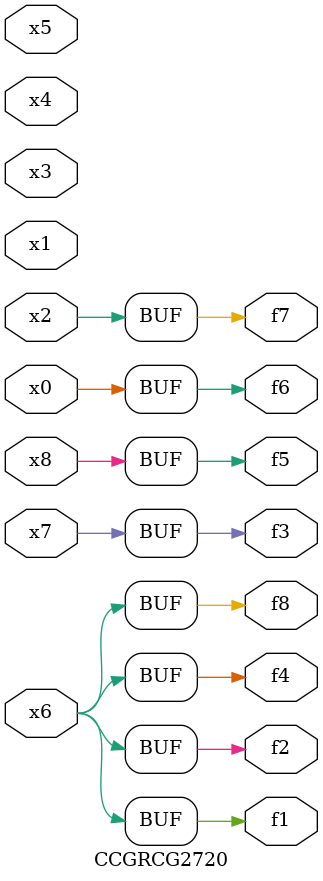
<source format=v>
module CCGRCG2720(
	input x0, x1, x2, x3, x4, x5, x6, x7, x8,
	output f1, f2, f3, f4, f5, f6, f7, f8
);
	assign f1 = x6;
	assign f2 = x6;
	assign f3 = x7;
	assign f4 = x6;
	assign f5 = x8;
	assign f6 = x0;
	assign f7 = x2;
	assign f8 = x6;
endmodule

</source>
